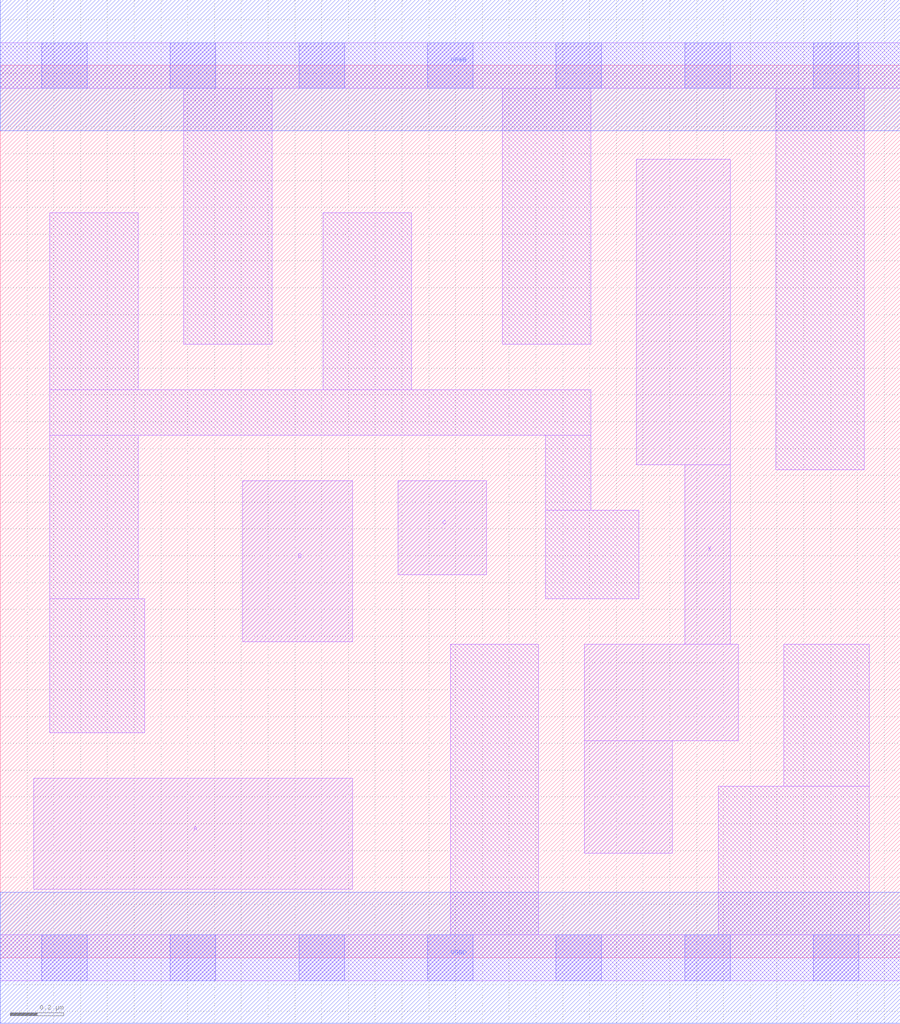
<source format=lef>
# Copyright 2020 The SkyWater PDK Authors
#
# Licensed under the Apache License, Version 2.0 (the "License");
# you may not use this file except in compliance with the License.
# You may obtain a copy of the License at
#
#     https://www.apache.org/licenses/LICENSE-2.0
#
# Unless required by applicable law or agreed to in writing, software
# distributed under the License is distributed on an "AS IS" BASIS,
# WITHOUT WARRANTIES OR CONDITIONS OF ANY KIND, either express or implied.
# See the License for the specific language governing permissions and
# limitations under the License.
#
# SPDX-License-Identifier: Apache-2.0

VERSION 5.7 ;
  NAMESCASESENSITIVE ON ;
  NOWIREEXTENSIONATPIN ON ;
  DIVIDERCHAR "/" ;
  BUSBITCHARS "[]" ;
UNITS
  DATABASE MICRONS 200 ;
END UNITS
MACRO sky130_fd_sc_ms__and3_2
  CLASS CORE ;
  SOURCE USER ;
  FOREIGN sky130_fd_sc_ms__and3_2 ;
  ORIGIN  0.000000  0.000000 ;
  SIZE  3.360000 BY  3.330000 ;
  SYMMETRY X Y ;
  SITE unit ;
  PIN A
    ANTENNAGATEAREA  0.247200 ;
    DIRECTION INPUT ;
    USE SIGNAL ;
    PORT
      LAYER li1 ;
        RECT 0.125000 0.255000 1.315000 0.670000 ;
    END
  END A
  PIN B
    ANTENNAGATEAREA  0.247200 ;
    DIRECTION INPUT ;
    USE SIGNAL ;
    PORT
      LAYER li1 ;
        RECT 0.905000 1.180000 1.315000 1.780000 ;
    END
  END B
  PIN C
    ANTENNAGATEAREA  0.247200 ;
    DIRECTION INPUT ;
    USE SIGNAL ;
    PORT
      LAYER li1 ;
        RECT 1.485000 1.430000 1.815000 1.780000 ;
    END
  END C
  PIN X
    ANTENNADIFFAREA  0.539200 ;
    DIRECTION OUTPUT ;
    USE SIGNAL ;
    PORT
      LAYER li1 ;
        RECT 2.180000 0.390000 2.510000 0.810000 ;
        RECT 2.180000 0.810000 2.755000 1.170000 ;
        RECT 2.375000 1.840000 2.725000 2.980000 ;
        RECT 2.555000 1.170000 2.725000 1.840000 ;
    END
  END X
  PIN VGND
    DIRECTION INOUT ;
    USE GROUND ;
    PORT
      LAYER met1 ;
        RECT 0.000000 -0.245000 3.360000 0.245000 ;
    END
  END VGND
  PIN VPWR
    DIRECTION INOUT ;
    USE POWER ;
    PORT
      LAYER met1 ;
        RECT 0.000000 3.085000 3.360000 3.575000 ;
    END
  END VPWR
  OBS
    LAYER li1 ;
      RECT 0.000000 -0.085000 3.360000 0.085000 ;
      RECT 0.000000  3.245000 3.360000 3.415000 ;
      RECT 0.185000  0.840000 0.540000 1.340000 ;
      RECT 0.185000  1.340000 0.515000 1.950000 ;
      RECT 0.185000  1.950000 2.205000 2.120000 ;
      RECT 0.185000  2.120000 0.515000 2.780000 ;
      RECT 0.685000  2.290000 1.015000 3.245000 ;
      RECT 1.205000  2.120000 1.535000 2.780000 ;
      RECT 1.680000  0.085000 2.010000 1.170000 ;
      RECT 1.875000  2.290000 2.205000 3.245000 ;
      RECT 2.035000  1.340000 2.385000 1.670000 ;
      RECT 2.035000  1.670000 2.205000 1.950000 ;
      RECT 2.680000  0.085000 3.245000 0.640000 ;
      RECT 2.895000  1.820000 3.225000 3.245000 ;
      RECT 2.925000  0.640000 3.245000 1.170000 ;
    LAYER mcon ;
      RECT 0.155000 -0.085000 0.325000 0.085000 ;
      RECT 0.155000  3.245000 0.325000 3.415000 ;
      RECT 0.635000 -0.085000 0.805000 0.085000 ;
      RECT 0.635000  3.245000 0.805000 3.415000 ;
      RECT 1.115000 -0.085000 1.285000 0.085000 ;
      RECT 1.115000  3.245000 1.285000 3.415000 ;
      RECT 1.595000 -0.085000 1.765000 0.085000 ;
      RECT 1.595000  3.245000 1.765000 3.415000 ;
      RECT 2.075000 -0.085000 2.245000 0.085000 ;
      RECT 2.075000  3.245000 2.245000 3.415000 ;
      RECT 2.555000 -0.085000 2.725000 0.085000 ;
      RECT 2.555000  3.245000 2.725000 3.415000 ;
      RECT 3.035000 -0.085000 3.205000 0.085000 ;
      RECT 3.035000  3.245000 3.205000 3.415000 ;
  END
END sky130_fd_sc_ms__and3_2

</source>
